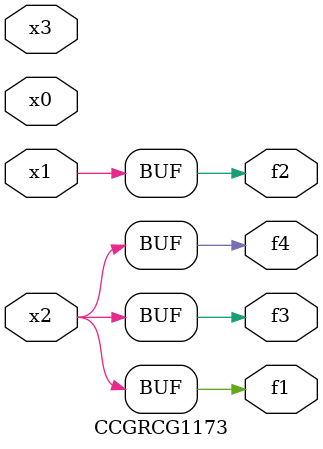
<source format=v>
module CCGRCG1173(
	input x0, x1, x2, x3,
	output f1, f2, f3, f4
);
	assign f1 = x2;
	assign f2 = x1;
	assign f3 = x2;
	assign f4 = x2;
endmodule

</source>
